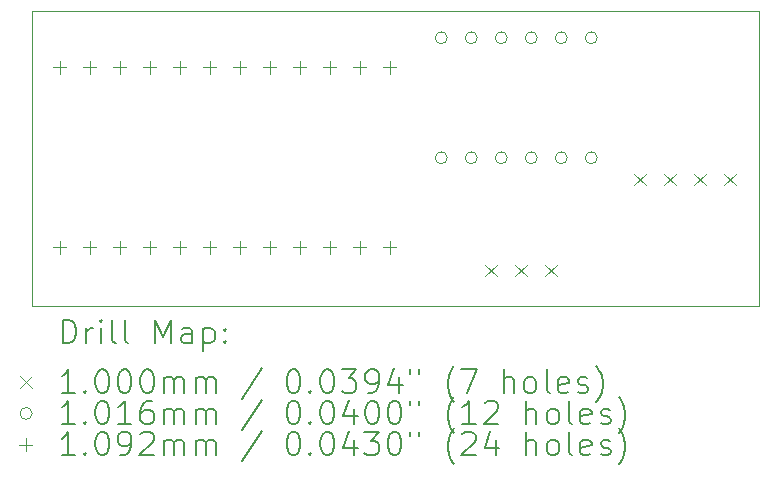
<source format=gbr>
%TF.GenerationSoftware,KiCad,Pcbnew,8.0.3*%
%TF.CreationDate,2024-07-14T23:37:10-05:00*%
%TF.ProjectId,3.3v Pro Micro Long,332e3376-2050-4726-9f20-4d6963726f20,rev?*%
%TF.SameCoordinates,Original*%
%TF.FileFunction,Drillmap*%
%TF.FilePolarity,Positive*%
%FSLAX45Y45*%
G04 Gerber Fmt 4.5, Leading zero omitted, Abs format (unit mm)*
G04 Created by KiCad (PCBNEW 8.0.3) date 2024-07-14 23:37:10*
%MOMM*%
%LPD*%
G01*
G04 APERTURE LIST*
%ADD10C,0.050000*%
%ADD11C,0.200000*%
%ADD12C,0.100000*%
%ADD13C,0.101600*%
%ADD14C,0.109220*%
G04 APERTURE END LIST*
D10*
X12622000Y-7924000D02*
X18772000Y-7924000D01*
X18772000Y-10424000D01*
X12622000Y-10424000D01*
X12622000Y-7924000D01*
D11*
D12*
X16455300Y-10070750D02*
X16555300Y-10170750D01*
X16555300Y-10070750D02*
X16455300Y-10170750D01*
X16709300Y-10070750D02*
X16809300Y-10170750D01*
X16809300Y-10070750D02*
X16709300Y-10170750D01*
X16963300Y-10070750D02*
X17063300Y-10170750D01*
X17063300Y-10070750D02*
X16963300Y-10170750D01*
X17718000Y-9300000D02*
X17818000Y-9400000D01*
X17818000Y-9300000D02*
X17718000Y-9400000D01*
X17972000Y-9300000D02*
X18072000Y-9400000D01*
X18072000Y-9300000D02*
X17972000Y-9400000D01*
X18226000Y-9300000D02*
X18326000Y-9400000D01*
X18326000Y-9300000D02*
X18226000Y-9400000D01*
X18480000Y-9300000D02*
X18580000Y-9400000D01*
X18580000Y-9300000D02*
X18480000Y-9400000D01*
D13*
X16134800Y-8150000D02*
G75*
G02*
X16033200Y-8150000I-50800J0D01*
G01*
X16033200Y-8150000D02*
G75*
G02*
X16134800Y-8150000I50800J0D01*
G01*
X16134800Y-9166000D02*
G75*
G02*
X16033200Y-9166000I-50800J0D01*
G01*
X16033200Y-9166000D02*
G75*
G02*
X16134800Y-9166000I50800J0D01*
G01*
X16388800Y-8150000D02*
G75*
G02*
X16287200Y-8150000I-50800J0D01*
G01*
X16287200Y-8150000D02*
G75*
G02*
X16388800Y-8150000I50800J0D01*
G01*
X16388800Y-9166000D02*
G75*
G02*
X16287200Y-9166000I-50800J0D01*
G01*
X16287200Y-9166000D02*
G75*
G02*
X16388800Y-9166000I50800J0D01*
G01*
X16642800Y-8150000D02*
G75*
G02*
X16541200Y-8150000I-50800J0D01*
G01*
X16541200Y-8150000D02*
G75*
G02*
X16642800Y-8150000I50800J0D01*
G01*
X16642800Y-9166000D02*
G75*
G02*
X16541200Y-9166000I-50800J0D01*
G01*
X16541200Y-9166000D02*
G75*
G02*
X16642800Y-9166000I50800J0D01*
G01*
X16896800Y-8150000D02*
G75*
G02*
X16795200Y-8150000I-50800J0D01*
G01*
X16795200Y-8150000D02*
G75*
G02*
X16896800Y-8150000I50800J0D01*
G01*
X16896800Y-9166000D02*
G75*
G02*
X16795200Y-9166000I-50800J0D01*
G01*
X16795200Y-9166000D02*
G75*
G02*
X16896800Y-9166000I50800J0D01*
G01*
X17150800Y-8150000D02*
G75*
G02*
X17049200Y-8150000I-50800J0D01*
G01*
X17049200Y-8150000D02*
G75*
G02*
X17150800Y-8150000I50800J0D01*
G01*
X17150800Y-9166000D02*
G75*
G02*
X17049200Y-9166000I-50800J0D01*
G01*
X17049200Y-9166000D02*
G75*
G02*
X17150800Y-9166000I50800J0D01*
G01*
X17404800Y-8150000D02*
G75*
G02*
X17303200Y-8150000I-50800J0D01*
G01*
X17303200Y-8150000D02*
G75*
G02*
X17404800Y-8150000I50800J0D01*
G01*
X17404800Y-9166000D02*
G75*
G02*
X17303200Y-9166000I-50800J0D01*
G01*
X17303200Y-9166000D02*
G75*
G02*
X17404800Y-9166000I50800J0D01*
G01*
D14*
X12853000Y-8345390D02*
X12853000Y-8454610D01*
X12798390Y-8400000D02*
X12907610Y-8400000D01*
X12853000Y-9869390D02*
X12853000Y-9978610D01*
X12798390Y-9924000D02*
X12907610Y-9924000D01*
X13107000Y-8345390D02*
X13107000Y-8454610D01*
X13052390Y-8400000D02*
X13161610Y-8400000D01*
X13107000Y-9869390D02*
X13107000Y-9978610D01*
X13052390Y-9924000D02*
X13161610Y-9924000D01*
X13361000Y-8345390D02*
X13361000Y-8454610D01*
X13306390Y-8400000D02*
X13415610Y-8400000D01*
X13361000Y-9869390D02*
X13361000Y-9978610D01*
X13306390Y-9924000D02*
X13415610Y-9924000D01*
X13615000Y-8345390D02*
X13615000Y-8454610D01*
X13560390Y-8400000D02*
X13669610Y-8400000D01*
X13615000Y-9869390D02*
X13615000Y-9978610D01*
X13560390Y-9924000D02*
X13669610Y-9924000D01*
X13869000Y-8345390D02*
X13869000Y-8454610D01*
X13814390Y-8400000D02*
X13923610Y-8400000D01*
X13869000Y-9869390D02*
X13869000Y-9978610D01*
X13814390Y-9924000D02*
X13923610Y-9924000D01*
X14123000Y-8345390D02*
X14123000Y-8454610D01*
X14068390Y-8400000D02*
X14177610Y-8400000D01*
X14123000Y-9869390D02*
X14123000Y-9978610D01*
X14068390Y-9924000D02*
X14177610Y-9924000D01*
X14377000Y-8345390D02*
X14377000Y-8454610D01*
X14322390Y-8400000D02*
X14431610Y-8400000D01*
X14377000Y-9869390D02*
X14377000Y-9978610D01*
X14322390Y-9924000D02*
X14431610Y-9924000D01*
X14631000Y-8345390D02*
X14631000Y-8454610D01*
X14576390Y-8400000D02*
X14685610Y-8400000D01*
X14631000Y-9869390D02*
X14631000Y-9978610D01*
X14576390Y-9924000D02*
X14685610Y-9924000D01*
X14885000Y-8345390D02*
X14885000Y-8454610D01*
X14830390Y-8400000D02*
X14939610Y-8400000D01*
X14885000Y-9869390D02*
X14885000Y-9978610D01*
X14830390Y-9924000D02*
X14939610Y-9924000D01*
X15139000Y-8345390D02*
X15139000Y-8454610D01*
X15084390Y-8400000D02*
X15193610Y-8400000D01*
X15139000Y-9869390D02*
X15139000Y-9978610D01*
X15084390Y-9924000D02*
X15193610Y-9924000D01*
X15393000Y-8345390D02*
X15393000Y-8454610D01*
X15338390Y-8400000D02*
X15447610Y-8400000D01*
X15393000Y-9869390D02*
X15393000Y-9978610D01*
X15338390Y-9924000D02*
X15447610Y-9924000D01*
X15647000Y-8345390D02*
X15647000Y-8454610D01*
X15592390Y-8400000D02*
X15701610Y-8400000D01*
X15647000Y-9869390D02*
X15647000Y-9978610D01*
X15592390Y-9924000D02*
X15701610Y-9924000D01*
D11*
X12880277Y-10737984D02*
X12880277Y-10537984D01*
X12880277Y-10537984D02*
X12927896Y-10537984D01*
X12927896Y-10537984D02*
X12956467Y-10547508D01*
X12956467Y-10547508D02*
X12975515Y-10566555D01*
X12975515Y-10566555D02*
X12985039Y-10585603D01*
X12985039Y-10585603D02*
X12994562Y-10623698D01*
X12994562Y-10623698D02*
X12994562Y-10652270D01*
X12994562Y-10652270D02*
X12985039Y-10690365D01*
X12985039Y-10690365D02*
X12975515Y-10709412D01*
X12975515Y-10709412D02*
X12956467Y-10728460D01*
X12956467Y-10728460D02*
X12927896Y-10737984D01*
X12927896Y-10737984D02*
X12880277Y-10737984D01*
X13080277Y-10737984D02*
X13080277Y-10604650D01*
X13080277Y-10642746D02*
X13089801Y-10623698D01*
X13089801Y-10623698D02*
X13099324Y-10614174D01*
X13099324Y-10614174D02*
X13118372Y-10604650D01*
X13118372Y-10604650D02*
X13137420Y-10604650D01*
X13204086Y-10737984D02*
X13204086Y-10604650D01*
X13204086Y-10537984D02*
X13194562Y-10547508D01*
X13194562Y-10547508D02*
X13204086Y-10557031D01*
X13204086Y-10557031D02*
X13213610Y-10547508D01*
X13213610Y-10547508D02*
X13204086Y-10537984D01*
X13204086Y-10537984D02*
X13204086Y-10557031D01*
X13327896Y-10737984D02*
X13308848Y-10728460D01*
X13308848Y-10728460D02*
X13299324Y-10709412D01*
X13299324Y-10709412D02*
X13299324Y-10537984D01*
X13432658Y-10737984D02*
X13413610Y-10728460D01*
X13413610Y-10728460D02*
X13404086Y-10709412D01*
X13404086Y-10709412D02*
X13404086Y-10537984D01*
X13661229Y-10737984D02*
X13661229Y-10537984D01*
X13661229Y-10537984D02*
X13727896Y-10680841D01*
X13727896Y-10680841D02*
X13794562Y-10537984D01*
X13794562Y-10537984D02*
X13794562Y-10737984D01*
X13975515Y-10737984D02*
X13975515Y-10633222D01*
X13975515Y-10633222D02*
X13965991Y-10614174D01*
X13965991Y-10614174D02*
X13946943Y-10604650D01*
X13946943Y-10604650D02*
X13908848Y-10604650D01*
X13908848Y-10604650D02*
X13889801Y-10614174D01*
X13975515Y-10728460D02*
X13956467Y-10737984D01*
X13956467Y-10737984D02*
X13908848Y-10737984D01*
X13908848Y-10737984D02*
X13889801Y-10728460D01*
X13889801Y-10728460D02*
X13880277Y-10709412D01*
X13880277Y-10709412D02*
X13880277Y-10690365D01*
X13880277Y-10690365D02*
X13889801Y-10671317D01*
X13889801Y-10671317D02*
X13908848Y-10661793D01*
X13908848Y-10661793D02*
X13956467Y-10661793D01*
X13956467Y-10661793D02*
X13975515Y-10652270D01*
X14070753Y-10604650D02*
X14070753Y-10804650D01*
X14070753Y-10614174D02*
X14089801Y-10604650D01*
X14089801Y-10604650D02*
X14127896Y-10604650D01*
X14127896Y-10604650D02*
X14146943Y-10614174D01*
X14146943Y-10614174D02*
X14156467Y-10623698D01*
X14156467Y-10623698D02*
X14165991Y-10642746D01*
X14165991Y-10642746D02*
X14165991Y-10699889D01*
X14165991Y-10699889D02*
X14156467Y-10718936D01*
X14156467Y-10718936D02*
X14146943Y-10728460D01*
X14146943Y-10728460D02*
X14127896Y-10737984D01*
X14127896Y-10737984D02*
X14089801Y-10737984D01*
X14089801Y-10737984D02*
X14070753Y-10728460D01*
X14251705Y-10718936D02*
X14261229Y-10728460D01*
X14261229Y-10728460D02*
X14251705Y-10737984D01*
X14251705Y-10737984D02*
X14242182Y-10728460D01*
X14242182Y-10728460D02*
X14251705Y-10718936D01*
X14251705Y-10718936D02*
X14251705Y-10737984D01*
X14251705Y-10614174D02*
X14261229Y-10623698D01*
X14261229Y-10623698D02*
X14251705Y-10633222D01*
X14251705Y-10633222D02*
X14242182Y-10623698D01*
X14242182Y-10623698D02*
X14251705Y-10614174D01*
X14251705Y-10614174D02*
X14251705Y-10633222D01*
D12*
X12519500Y-11016500D02*
X12619500Y-11116500D01*
X12619500Y-11016500D02*
X12519500Y-11116500D01*
D11*
X12985039Y-11157984D02*
X12870753Y-11157984D01*
X12927896Y-11157984D02*
X12927896Y-10957984D01*
X12927896Y-10957984D02*
X12908848Y-10986555D01*
X12908848Y-10986555D02*
X12889801Y-11005603D01*
X12889801Y-11005603D02*
X12870753Y-11015127D01*
X13070753Y-11138936D02*
X13080277Y-11148460D01*
X13080277Y-11148460D02*
X13070753Y-11157984D01*
X13070753Y-11157984D02*
X13061229Y-11148460D01*
X13061229Y-11148460D02*
X13070753Y-11138936D01*
X13070753Y-11138936D02*
X13070753Y-11157984D01*
X13204086Y-10957984D02*
X13223134Y-10957984D01*
X13223134Y-10957984D02*
X13242182Y-10967508D01*
X13242182Y-10967508D02*
X13251705Y-10977031D01*
X13251705Y-10977031D02*
X13261229Y-10996079D01*
X13261229Y-10996079D02*
X13270753Y-11034174D01*
X13270753Y-11034174D02*
X13270753Y-11081793D01*
X13270753Y-11081793D02*
X13261229Y-11119889D01*
X13261229Y-11119889D02*
X13251705Y-11138936D01*
X13251705Y-11138936D02*
X13242182Y-11148460D01*
X13242182Y-11148460D02*
X13223134Y-11157984D01*
X13223134Y-11157984D02*
X13204086Y-11157984D01*
X13204086Y-11157984D02*
X13185039Y-11148460D01*
X13185039Y-11148460D02*
X13175515Y-11138936D01*
X13175515Y-11138936D02*
X13165991Y-11119889D01*
X13165991Y-11119889D02*
X13156467Y-11081793D01*
X13156467Y-11081793D02*
X13156467Y-11034174D01*
X13156467Y-11034174D02*
X13165991Y-10996079D01*
X13165991Y-10996079D02*
X13175515Y-10977031D01*
X13175515Y-10977031D02*
X13185039Y-10967508D01*
X13185039Y-10967508D02*
X13204086Y-10957984D01*
X13394562Y-10957984D02*
X13413610Y-10957984D01*
X13413610Y-10957984D02*
X13432658Y-10967508D01*
X13432658Y-10967508D02*
X13442182Y-10977031D01*
X13442182Y-10977031D02*
X13451705Y-10996079D01*
X13451705Y-10996079D02*
X13461229Y-11034174D01*
X13461229Y-11034174D02*
X13461229Y-11081793D01*
X13461229Y-11081793D02*
X13451705Y-11119889D01*
X13451705Y-11119889D02*
X13442182Y-11138936D01*
X13442182Y-11138936D02*
X13432658Y-11148460D01*
X13432658Y-11148460D02*
X13413610Y-11157984D01*
X13413610Y-11157984D02*
X13394562Y-11157984D01*
X13394562Y-11157984D02*
X13375515Y-11148460D01*
X13375515Y-11148460D02*
X13365991Y-11138936D01*
X13365991Y-11138936D02*
X13356467Y-11119889D01*
X13356467Y-11119889D02*
X13346943Y-11081793D01*
X13346943Y-11081793D02*
X13346943Y-11034174D01*
X13346943Y-11034174D02*
X13356467Y-10996079D01*
X13356467Y-10996079D02*
X13365991Y-10977031D01*
X13365991Y-10977031D02*
X13375515Y-10967508D01*
X13375515Y-10967508D02*
X13394562Y-10957984D01*
X13585039Y-10957984D02*
X13604086Y-10957984D01*
X13604086Y-10957984D02*
X13623134Y-10967508D01*
X13623134Y-10967508D02*
X13632658Y-10977031D01*
X13632658Y-10977031D02*
X13642182Y-10996079D01*
X13642182Y-10996079D02*
X13651705Y-11034174D01*
X13651705Y-11034174D02*
X13651705Y-11081793D01*
X13651705Y-11081793D02*
X13642182Y-11119889D01*
X13642182Y-11119889D02*
X13632658Y-11138936D01*
X13632658Y-11138936D02*
X13623134Y-11148460D01*
X13623134Y-11148460D02*
X13604086Y-11157984D01*
X13604086Y-11157984D02*
X13585039Y-11157984D01*
X13585039Y-11157984D02*
X13565991Y-11148460D01*
X13565991Y-11148460D02*
X13556467Y-11138936D01*
X13556467Y-11138936D02*
X13546943Y-11119889D01*
X13546943Y-11119889D02*
X13537420Y-11081793D01*
X13537420Y-11081793D02*
X13537420Y-11034174D01*
X13537420Y-11034174D02*
X13546943Y-10996079D01*
X13546943Y-10996079D02*
X13556467Y-10977031D01*
X13556467Y-10977031D02*
X13565991Y-10967508D01*
X13565991Y-10967508D02*
X13585039Y-10957984D01*
X13737420Y-11157984D02*
X13737420Y-11024650D01*
X13737420Y-11043698D02*
X13746943Y-11034174D01*
X13746943Y-11034174D02*
X13765991Y-11024650D01*
X13765991Y-11024650D02*
X13794563Y-11024650D01*
X13794563Y-11024650D02*
X13813610Y-11034174D01*
X13813610Y-11034174D02*
X13823134Y-11053222D01*
X13823134Y-11053222D02*
X13823134Y-11157984D01*
X13823134Y-11053222D02*
X13832658Y-11034174D01*
X13832658Y-11034174D02*
X13851705Y-11024650D01*
X13851705Y-11024650D02*
X13880277Y-11024650D01*
X13880277Y-11024650D02*
X13899324Y-11034174D01*
X13899324Y-11034174D02*
X13908848Y-11053222D01*
X13908848Y-11053222D02*
X13908848Y-11157984D01*
X14004086Y-11157984D02*
X14004086Y-11024650D01*
X14004086Y-11043698D02*
X14013610Y-11034174D01*
X14013610Y-11034174D02*
X14032658Y-11024650D01*
X14032658Y-11024650D02*
X14061229Y-11024650D01*
X14061229Y-11024650D02*
X14080277Y-11034174D01*
X14080277Y-11034174D02*
X14089801Y-11053222D01*
X14089801Y-11053222D02*
X14089801Y-11157984D01*
X14089801Y-11053222D02*
X14099324Y-11034174D01*
X14099324Y-11034174D02*
X14118372Y-11024650D01*
X14118372Y-11024650D02*
X14146943Y-11024650D01*
X14146943Y-11024650D02*
X14165991Y-11034174D01*
X14165991Y-11034174D02*
X14175515Y-11053222D01*
X14175515Y-11053222D02*
X14175515Y-11157984D01*
X14565991Y-10948460D02*
X14394563Y-11205603D01*
X14823134Y-10957984D02*
X14842182Y-10957984D01*
X14842182Y-10957984D02*
X14861229Y-10967508D01*
X14861229Y-10967508D02*
X14870753Y-10977031D01*
X14870753Y-10977031D02*
X14880277Y-10996079D01*
X14880277Y-10996079D02*
X14889801Y-11034174D01*
X14889801Y-11034174D02*
X14889801Y-11081793D01*
X14889801Y-11081793D02*
X14880277Y-11119889D01*
X14880277Y-11119889D02*
X14870753Y-11138936D01*
X14870753Y-11138936D02*
X14861229Y-11148460D01*
X14861229Y-11148460D02*
X14842182Y-11157984D01*
X14842182Y-11157984D02*
X14823134Y-11157984D01*
X14823134Y-11157984D02*
X14804086Y-11148460D01*
X14804086Y-11148460D02*
X14794563Y-11138936D01*
X14794563Y-11138936D02*
X14785039Y-11119889D01*
X14785039Y-11119889D02*
X14775515Y-11081793D01*
X14775515Y-11081793D02*
X14775515Y-11034174D01*
X14775515Y-11034174D02*
X14785039Y-10996079D01*
X14785039Y-10996079D02*
X14794563Y-10977031D01*
X14794563Y-10977031D02*
X14804086Y-10967508D01*
X14804086Y-10967508D02*
X14823134Y-10957984D01*
X14975515Y-11138936D02*
X14985039Y-11148460D01*
X14985039Y-11148460D02*
X14975515Y-11157984D01*
X14975515Y-11157984D02*
X14965991Y-11148460D01*
X14965991Y-11148460D02*
X14975515Y-11138936D01*
X14975515Y-11138936D02*
X14975515Y-11157984D01*
X15108848Y-10957984D02*
X15127896Y-10957984D01*
X15127896Y-10957984D02*
X15146944Y-10967508D01*
X15146944Y-10967508D02*
X15156467Y-10977031D01*
X15156467Y-10977031D02*
X15165991Y-10996079D01*
X15165991Y-10996079D02*
X15175515Y-11034174D01*
X15175515Y-11034174D02*
X15175515Y-11081793D01*
X15175515Y-11081793D02*
X15165991Y-11119889D01*
X15165991Y-11119889D02*
X15156467Y-11138936D01*
X15156467Y-11138936D02*
X15146944Y-11148460D01*
X15146944Y-11148460D02*
X15127896Y-11157984D01*
X15127896Y-11157984D02*
X15108848Y-11157984D01*
X15108848Y-11157984D02*
X15089801Y-11148460D01*
X15089801Y-11148460D02*
X15080277Y-11138936D01*
X15080277Y-11138936D02*
X15070753Y-11119889D01*
X15070753Y-11119889D02*
X15061229Y-11081793D01*
X15061229Y-11081793D02*
X15061229Y-11034174D01*
X15061229Y-11034174D02*
X15070753Y-10996079D01*
X15070753Y-10996079D02*
X15080277Y-10977031D01*
X15080277Y-10977031D02*
X15089801Y-10967508D01*
X15089801Y-10967508D02*
X15108848Y-10957984D01*
X15242182Y-10957984D02*
X15365991Y-10957984D01*
X15365991Y-10957984D02*
X15299325Y-11034174D01*
X15299325Y-11034174D02*
X15327896Y-11034174D01*
X15327896Y-11034174D02*
X15346944Y-11043698D01*
X15346944Y-11043698D02*
X15356467Y-11053222D01*
X15356467Y-11053222D02*
X15365991Y-11072270D01*
X15365991Y-11072270D02*
X15365991Y-11119889D01*
X15365991Y-11119889D02*
X15356467Y-11138936D01*
X15356467Y-11138936D02*
X15346944Y-11148460D01*
X15346944Y-11148460D02*
X15327896Y-11157984D01*
X15327896Y-11157984D02*
X15270753Y-11157984D01*
X15270753Y-11157984D02*
X15251706Y-11148460D01*
X15251706Y-11148460D02*
X15242182Y-11138936D01*
X15461229Y-11157984D02*
X15499325Y-11157984D01*
X15499325Y-11157984D02*
X15518372Y-11148460D01*
X15518372Y-11148460D02*
X15527896Y-11138936D01*
X15527896Y-11138936D02*
X15546944Y-11110365D01*
X15546944Y-11110365D02*
X15556467Y-11072270D01*
X15556467Y-11072270D02*
X15556467Y-10996079D01*
X15556467Y-10996079D02*
X15546944Y-10977031D01*
X15546944Y-10977031D02*
X15537420Y-10967508D01*
X15537420Y-10967508D02*
X15518372Y-10957984D01*
X15518372Y-10957984D02*
X15480277Y-10957984D01*
X15480277Y-10957984D02*
X15461229Y-10967508D01*
X15461229Y-10967508D02*
X15451706Y-10977031D01*
X15451706Y-10977031D02*
X15442182Y-10996079D01*
X15442182Y-10996079D02*
X15442182Y-11043698D01*
X15442182Y-11043698D02*
X15451706Y-11062746D01*
X15451706Y-11062746D02*
X15461229Y-11072270D01*
X15461229Y-11072270D02*
X15480277Y-11081793D01*
X15480277Y-11081793D02*
X15518372Y-11081793D01*
X15518372Y-11081793D02*
X15537420Y-11072270D01*
X15537420Y-11072270D02*
X15546944Y-11062746D01*
X15546944Y-11062746D02*
X15556467Y-11043698D01*
X15727896Y-11024650D02*
X15727896Y-11157984D01*
X15680277Y-10948460D02*
X15632658Y-11091317D01*
X15632658Y-11091317D02*
X15756467Y-11091317D01*
X15823134Y-10957984D02*
X15823134Y-10996079D01*
X15899325Y-10957984D02*
X15899325Y-10996079D01*
X16194563Y-11234174D02*
X16185039Y-11224650D01*
X16185039Y-11224650D02*
X16165991Y-11196079D01*
X16165991Y-11196079D02*
X16156468Y-11177031D01*
X16156468Y-11177031D02*
X16146944Y-11148460D01*
X16146944Y-11148460D02*
X16137420Y-11100841D01*
X16137420Y-11100841D02*
X16137420Y-11062746D01*
X16137420Y-11062746D02*
X16146944Y-11015127D01*
X16146944Y-11015127D02*
X16156468Y-10986555D01*
X16156468Y-10986555D02*
X16165991Y-10967508D01*
X16165991Y-10967508D02*
X16185039Y-10938936D01*
X16185039Y-10938936D02*
X16194563Y-10929412D01*
X16251706Y-10957984D02*
X16385039Y-10957984D01*
X16385039Y-10957984D02*
X16299325Y-11157984D01*
X16613610Y-11157984D02*
X16613610Y-10957984D01*
X16699325Y-11157984D02*
X16699325Y-11053222D01*
X16699325Y-11053222D02*
X16689801Y-11034174D01*
X16689801Y-11034174D02*
X16670753Y-11024650D01*
X16670753Y-11024650D02*
X16642182Y-11024650D01*
X16642182Y-11024650D02*
X16623134Y-11034174D01*
X16623134Y-11034174D02*
X16613610Y-11043698D01*
X16823134Y-11157984D02*
X16804087Y-11148460D01*
X16804087Y-11148460D02*
X16794563Y-11138936D01*
X16794563Y-11138936D02*
X16785039Y-11119889D01*
X16785039Y-11119889D02*
X16785039Y-11062746D01*
X16785039Y-11062746D02*
X16794563Y-11043698D01*
X16794563Y-11043698D02*
X16804087Y-11034174D01*
X16804087Y-11034174D02*
X16823134Y-11024650D01*
X16823134Y-11024650D02*
X16851706Y-11024650D01*
X16851706Y-11024650D02*
X16870753Y-11034174D01*
X16870753Y-11034174D02*
X16880277Y-11043698D01*
X16880277Y-11043698D02*
X16889801Y-11062746D01*
X16889801Y-11062746D02*
X16889801Y-11119889D01*
X16889801Y-11119889D02*
X16880277Y-11138936D01*
X16880277Y-11138936D02*
X16870753Y-11148460D01*
X16870753Y-11148460D02*
X16851706Y-11157984D01*
X16851706Y-11157984D02*
X16823134Y-11157984D01*
X17004087Y-11157984D02*
X16985039Y-11148460D01*
X16985039Y-11148460D02*
X16975515Y-11129412D01*
X16975515Y-11129412D02*
X16975515Y-10957984D01*
X17156468Y-11148460D02*
X17137420Y-11157984D01*
X17137420Y-11157984D02*
X17099325Y-11157984D01*
X17099325Y-11157984D02*
X17080277Y-11148460D01*
X17080277Y-11148460D02*
X17070753Y-11129412D01*
X17070753Y-11129412D02*
X17070753Y-11053222D01*
X17070753Y-11053222D02*
X17080277Y-11034174D01*
X17080277Y-11034174D02*
X17099325Y-11024650D01*
X17099325Y-11024650D02*
X17137420Y-11024650D01*
X17137420Y-11024650D02*
X17156468Y-11034174D01*
X17156468Y-11034174D02*
X17165992Y-11053222D01*
X17165992Y-11053222D02*
X17165992Y-11072270D01*
X17165992Y-11072270D02*
X17070753Y-11091317D01*
X17242182Y-11148460D02*
X17261230Y-11157984D01*
X17261230Y-11157984D02*
X17299325Y-11157984D01*
X17299325Y-11157984D02*
X17318373Y-11148460D01*
X17318373Y-11148460D02*
X17327896Y-11129412D01*
X17327896Y-11129412D02*
X17327896Y-11119889D01*
X17327896Y-11119889D02*
X17318373Y-11100841D01*
X17318373Y-11100841D02*
X17299325Y-11091317D01*
X17299325Y-11091317D02*
X17270753Y-11091317D01*
X17270753Y-11091317D02*
X17251706Y-11081793D01*
X17251706Y-11081793D02*
X17242182Y-11062746D01*
X17242182Y-11062746D02*
X17242182Y-11053222D01*
X17242182Y-11053222D02*
X17251706Y-11034174D01*
X17251706Y-11034174D02*
X17270753Y-11024650D01*
X17270753Y-11024650D02*
X17299325Y-11024650D01*
X17299325Y-11024650D02*
X17318373Y-11034174D01*
X17394563Y-11234174D02*
X17404087Y-11224650D01*
X17404087Y-11224650D02*
X17423134Y-11196079D01*
X17423134Y-11196079D02*
X17432658Y-11177031D01*
X17432658Y-11177031D02*
X17442182Y-11148460D01*
X17442182Y-11148460D02*
X17451706Y-11100841D01*
X17451706Y-11100841D02*
X17451706Y-11062746D01*
X17451706Y-11062746D02*
X17442182Y-11015127D01*
X17442182Y-11015127D02*
X17432658Y-10986555D01*
X17432658Y-10986555D02*
X17423134Y-10967508D01*
X17423134Y-10967508D02*
X17404087Y-10938936D01*
X17404087Y-10938936D02*
X17394563Y-10929412D01*
D13*
X12619500Y-11330500D02*
G75*
G02*
X12517900Y-11330500I-50800J0D01*
G01*
X12517900Y-11330500D02*
G75*
G02*
X12619500Y-11330500I50800J0D01*
G01*
D11*
X12985039Y-11421984D02*
X12870753Y-11421984D01*
X12927896Y-11421984D02*
X12927896Y-11221984D01*
X12927896Y-11221984D02*
X12908848Y-11250555D01*
X12908848Y-11250555D02*
X12889801Y-11269603D01*
X12889801Y-11269603D02*
X12870753Y-11279127D01*
X13070753Y-11402936D02*
X13080277Y-11412460D01*
X13080277Y-11412460D02*
X13070753Y-11421984D01*
X13070753Y-11421984D02*
X13061229Y-11412460D01*
X13061229Y-11412460D02*
X13070753Y-11402936D01*
X13070753Y-11402936D02*
X13070753Y-11421984D01*
X13204086Y-11221984D02*
X13223134Y-11221984D01*
X13223134Y-11221984D02*
X13242182Y-11231508D01*
X13242182Y-11231508D02*
X13251705Y-11241031D01*
X13251705Y-11241031D02*
X13261229Y-11260079D01*
X13261229Y-11260079D02*
X13270753Y-11298174D01*
X13270753Y-11298174D02*
X13270753Y-11345793D01*
X13270753Y-11345793D02*
X13261229Y-11383888D01*
X13261229Y-11383888D02*
X13251705Y-11402936D01*
X13251705Y-11402936D02*
X13242182Y-11412460D01*
X13242182Y-11412460D02*
X13223134Y-11421984D01*
X13223134Y-11421984D02*
X13204086Y-11421984D01*
X13204086Y-11421984D02*
X13185039Y-11412460D01*
X13185039Y-11412460D02*
X13175515Y-11402936D01*
X13175515Y-11402936D02*
X13165991Y-11383888D01*
X13165991Y-11383888D02*
X13156467Y-11345793D01*
X13156467Y-11345793D02*
X13156467Y-11298174D01*
X13156467Y-11298174D02*
X13165991Y-11260079D01*
X13165991Y-11260079D02*
X13175515Y-11241031D01*
X13175515Y-11241031D02*
X13185039Y-11231508D01*
X13185039Y-11231508D02*
X13204086Y-11221984D01*
X13461229Y-11421984D02*
X13346943Y-11421984D01*
X13404086Y-11421984D02*
X13404086Y-11221984D01*
X13404086Y-11221984D02*
X13385039Y-11250555D01*
X13385039Y-11250555D02*
X13365991Y-11269603D01*
X13365991Y-11269603D02*
X13346943Y-11279127D01*
X13632658Y-11221984D02*
X13594562Y-11221984D01*
X13594562Y-11221984D02*
X13575515Y-11231508D01*
X13575515Y-11231508D02*
X13565991Y-11241031D01*
X13565991Y-11241031D02*
X13546943Y-11269603D01*
X13546943Y-11269603D02*
X13537420Y-11307698D01*
X13537420Y-11307698D02*
X13537420Y-11383888D01*
X13537420Y-11383888D02*
X13546943Y-11402936D01*
X13546943Y-11402936D02*
X13556467Y-11412460D01*
X13556467Y-11412460D02*
X13575515Y-11421984D01*
X13575515Y-11421984D02*
X13613610Y-11421984D01*
X13613610Y-11421984D02*
X13632658Y-11412460D01*
X13632658Y-11412460D02*
X13642182Y-11402936D01*
X13642182Y-11402936D02*
X13651705Y-11383888D01*
X13651705Y-11383888D02*
X13651705Y-11336269D01*
X13651705Y-11336269D02*
X13642182Y-11317222D01*
X13642182Y-11317222D02*
X13632658Y-11307698D01*
X13632658Y-11307698D02*
X13613610Y-11298174D01*
X13613610Y-11298174D02*
X13575515Y-11298174D01*
X13575515Y-11298174D02*
X13556467Y-11307698D01*
X13556467Y-11307698D02*
X13546943Y-11317222D01*
X13546943Y-11317222D02*
X13537420Y-11336269D01*
X13737420Y-11421984D02*
X13737420Y-11288650D01*
X13737420Y-11307698D02*
X13746943Y-11298174D01*
X13746943Y-11298174D02*
X13765991Y-11288650D01*
X13765991Y-11288650D02*
X13794563Y-11288650D01*
X13794563Y-11288650D02*
X13813610Y-11298174D01*
X13813610Y-11298174D02*
X13823134Y-11317222D01*
X13823134Y-11317222D02*
X13823134Y-11421984D01*
X13823134Y-11317222D02*
X13832658Y-11298174D01*
X13832658Y-11298174D02*
X13851705Y-11288650D01*
X13851705Y-11288650D02*
X13880277Y-11288650D01*
X13880277Y-11288650D02*
X13899324Y-11298174D01*
X13899324Y-11298174D02*
X13908848Y-11317222D01*
X13908848Y-11317222D02*
X13908848Y-11421984D01*
X14004086Y-11421984D02*
X14004086Y-11288650D01*
X14004086Y-11307698D02*
X14013610Y-11298174D01*
X14013610Y-11298174D02*
X14032658Y-11288650D01*
X14032658Y-11288650D02*
X14061229Y-11288650D01*
X14061229Y-11288650D02*
X14080277Y-11298174D01*
X14080277Y-11298174D02*
X14089801Y-11317222D01*
X14089801Y-11317222D02*
X14089801Y-11421984D01*
X14089801Y-11317222D02*
X14099324Y-11298174D01*
X14099324Y-11298174D02*
X14118372Y-11288650D01*
X14118372Y-11288650D02*
X14146943Y-11288650D01*
X14146943Y-11288650D02*
X14165991Y-11298174D01*
X14165991Y-11298174D02*
X14175515Y-11317222D01*
X14175515Y-11317222D02*
X14175515Y-11421984D01*
X14565991Y-11212460D02*
X14394563Y-11469603D01*
X14823134Y-11221984D02*
X14842182Y-11221984D01*
X14842182Y-11221984D02*
X14861229Y-11231508D01*
X14861229Y-11231508D02*
X14870753Y-11241031D01*
X14870753Y-11241031D02*
X14880277Y-11260079D01*
X14880277Y-11260079D02*
X14889801Y-11298174D01*
X14889801Y-11298174D02*
X14889801Y-11345793D01*
X14889801Y-11345793D02*
X14880277Y-11383888D01*
X14880277Y-11383888D02*
X14870753Y-11402936D01*
X14870753Y-11402936D02*
X14861229Y-11412460D01*
X14861229Y-11412460D02*
X14842182Y-11421984D01*
X14842182Y-11421984D02*
X14823134Y-11421984D01*
X14823134Y-11421984D02*
X14804086Y-11412460D01*
X14804086Y-11412460D02*
X14794563Y-11402936D01*
X14794563Y-11402936D02*
X14785039Y-11383888D01*
X14785039Y-11383888D02*
X14775515Y-11345793D01*
X14775515Y-11345793D02*
X14775515Y-11298174D01*
X14775515Y-11298174D02*
X14785039Y-11260079D01*
X14785039Y-11260079D02*
X14794563Y-11241031D01*
X14794563Y-11241031D02*
X14804086Y-11231508D01*
X14804086Y-11231508D02*
X14823134Y-11221984D01*
X14975515Y-11402936D02*
X14985039Y-11412460D01*
X14985039Y-11412460D02*
X14975515Y-11421984D01*
X14975515Y-11421984D02*
X14965991Y-11412460D01*
X14965991Y-11412460D02*
X14975515Y-11402936D01*
X14975515Y-11402936D02*
X14975515Y-11421984D01*
X15108848Y-11221984D02*
X15127896Y-11221984D01*
X15127896Y-11221984D02*
X15146944Y-11231508D01*
X15146944Y-11231508D02*
X15156467Y-11241031D01*
X15156467Y-11241031D02*
X15165991Y-11260079D01*
X15165991Y-11260079D02*
X15175515Y-11298174D01*
X15175515Y-11298174D02*
X15175515Y-11345793D01*
X15175515Y-11345793D02*
X15165991Y-11383888D01*
X15165991Y-11383888D02*
X15156467Y-11402936D01*
X15156467Y-11402936D02*
X15146944Y-11412460D01*
X15146944Y-11412460D02*
X15127896Y-11421984D01*
X15127896Y-11421984D02*
X15108848Y-11421984D01*
X15108848Y-11421984D02*
X15089801Y-11412460D01*
X15089801Y-11412460D02*
X15080277Y-11402936D01*
X15080277Y-11402936D02*
X15070753Y-11383888D01*
X15070753Y-11383888D02*
X15061229Y-11345793D01*
X15061229Y-11345793D02*
X15061229Y-11298174D01*
X15061229Y-11298174D02*
X15070753Y-11260079D01*
X15070753Y-11260079D02*
X15080277Y-11241031D01*
X15080277Y-11241031D02*
X15089801Y-11231508D01*
X15089801Y-11231508D02*
X15108848Y-11221984D01*
X15346944Y-11288650D02*
X15346944Y-11421984D01*
X15299325Y-11212460D02*
X15251706Y-11355317D01*
X15251706Y-11355317D02*
X15375515Y-11355317D01*
X15489801Y-11221984D02*
X15508848Y-11221984D01*
X15508848Y-11221984D02*
X15527896Y-11231508D01*
X15527896Y-11231508D02*
X15537420Y-11241031D01*
X15537420Y-11241031D02*
X15546944Y-11260079D01*
X15546944Y-11260079D02*
X15556467Y-11298174D01*
X15556467Y-11298174D02*
X15556467Y-11345793D01*
X15556467Y-11345793D02*
X15546944Y-11383888D01*
X15546944Y-11383888D02*
X15537420Y-11402936D01*
X15537420Y-11402936D02*
X15527896Y-11412460D01*
X15527896Y-11412460D02*
X15508848Y-11421984D01*
X15508848Y-11421984D02*
X15489801Y-11421984D01*
X15489801Y-11421984D02*
X15470753Y-11412460D01*
X15470753Y-11412460D02*
X15461229Y-11402936D01*
X15461229Y-11402936D02*
X15451706Y-11383888D01*
X15451706Y-11383888D02*
X15442182Y-11345793D01*
X15442182Y-11345793D02*
X15442182Y-11298174D01*
X15442182Y-11298174D02*
X15451706Y-11260079D01*
X15451706Y-11260079D02*
X15461229Y-11241031D01*
X15461229Y-11241031D02*
X15470753Y-11231508D01*
X15470753Y-11231508D02*
X15489801Y-11221984D01*
X15680277Y-11221984D02*
X15699325Y-11221984D01*
X15699325Y-11221984D02*
X15718372Y-11231508D01*
X15718372Y-11231508D02*
X15727896Y-11241031D01*
X15727896Y-11241031D02*
X15737420Y-11260079D01*
X15737420Y-11260079D02*
X15746944Y-11298174D01*
X15746944Y-11298174D02*
X15746944Y-11345793D01*
X15746944Y-11345793D02*
X15737420Y-11383888D01*
X15737420Y-11383888D02*
X15727896Y-11402936D01*
X15727896Y-11402936D02*
X15718372Y-11412460D01*
X15718372Y-11412460D02*
X15699325Y-11421984D01*
X15699325Y-11421984D02*
X15680277Y-11421984D01*
X15680277Y-11421984D02*
X15661229Y-11412460D01*
X15661229Y-11412460D02*
X15651706Y-11402936D01*
X15651706Y-11402936D02*
X15642182Y-11383888D01*
X15642182Y-11383888D02*
X15632658Y-11345793D01*
X15632658Y-11345793D02*
X15632658Y-11298174D01*
X15632658Y-11298174D02*
X15642182Y-11260079D01*
X15642182Y-11260079D02*
X15651706Y-11241031D01*
X15651706Y-11241031D02*
X15661229Y-11231508D01*
X15661229Y-11231508D02*
X15680277Y-11221984D01*
X15823134Y-11221984D02*
X15823134Y-11260079D01*
X15899325Y-11221984D02*
X15899325Y-11260079D01*
X16194563Y-11498174D02*
X16185039Y-11488650D01*
X16185039Y-11488650D02*
X16165991Y-11460079D01*
X16165991Y-11460079D02*
X16156468Y-11441031D01*
X16156468Y-11441031D02*
X16146944Y-11412460D01*
X16146944Y-11412460D02*
X16137420Y-11364841D01*
X16137420Y-11364841D02*
X16137420Y-11326746D01*
X16137420Y-11326746D02*
X16146944Y-11279127D01*
X16146944Y-11279127D02*
X16156468Y-11250555D01*
X16156468Y-11250555D02*
X16165991Y-11231508D01*
X16165991Y-11231508D02*
X16185039Y-11202936D01*
X16185039Y-11202936D02*
X16194563Y-11193412D01*
X16375515Y-11421984D02*
X16261229Y-11421984D01*
X16318372Y-11421984D02*
X16318372Y-11221984D01*
X16318372Y-11221984D02*
X16299325Y-11250555D01*
X16299325Y-11250555D02*
X16280277Y-11269603D01*
X16280277Y-11269603D02*
X16261229Y-11279127D01*
X16451706Y-11241031D02*
X16461229Y-11231508D01*
X16461229Y-11231508D02*
X16480277Y-11221984D01*
X16480277Y-11221984D02*
X16527896Y-11221984D01*
X16527896Y-11221984D02*
X16546944Y-11231508D01*
X16546944Y-11231508D02*
X16556468Y-11241031D01*
X16556468Y-11241031D02*
X16565991Y-11260079D01*
X16565991Y-11260079D02*
X16565991Y-11279127D01*
X16565991Y-11279127D02*
X16556468Y-11307698D01*
X16556468Y-11307698D02*
X16442182Y-11421984D01*
X16442182Y-11421984D02*
X16565991Y-11421984D01*
X16804087Y-11421984D02*
X16804087Y-11221984D01*
X16889801Y-11421984D02*
X16889801Y-11317222D01*
X16889801Y-11317222D02*
X16880277Y-11298174D01*
X16880277Y-11298174D02*
X16861230Y-11288650D01*
X16861230Y-11288650D02*
X16832658Y-11288650D01*
X16832658Y-11288650D02*
X16813611Y-11298174D01*
X16813611Y-11298174D02*
X16804087Y-11307698D01*
X17013611Y-11421984D02*
X16994563Y-11412460D01*
X16994563Y-11412460D02*
X16985039Y-11402936D01*
X16985039Y-11402936D02*
X16975515Y-11383888D01*
X16975515Y-11383888D02*
X16975515Y-11326746D01*
X16975515Y-11326746D02*
X16985039Y-11307698D01*
X16985039Y-11307698D02*
X16994563Y-11298174D01*
X16994563Y-11298174D02*
X17013611Y-11288650D01*
X17013611Y-11288650D02*
X17042182Y-11288650D01*
X17042182Y-11288650D02*
X17061230Y-11298174D01*
X17061230Y-11298174D02*
X17070753Y-11307698D01*
X17070753Y-11307698D02*
X17080277Y-11326746D01*
X17080277Y-11326746D02*
X17080277Y-11383888D01*
X17080277Y-11383888D02*
X17070753Y-11402936D01*
X17070753Y-11402936D02*
X17061230Y-11412460D01*
X17061230Y-11412460D02*
X17042182Y-11421984D01*
X17042182Y-11421984D02*
X17013611Y-11421984D01*
X17194563Y-11421984D02*
X17175515Y-11412460D01*
X17175515Y-11412460D02*
X17165992Y-11393412D01*
X17165992Y-11393412D02*
X17165992Y-11221984D01*
X17346944Y-11412460D02*
X17327896Y-11421984D01*
X17327896Y-11421984D02*
X17289801Y-11421984D01*
X17289801Y-11421984D02*
X17270753Y-11412460D01*
X17270753Y-11412460D02*
X17261230Y-11393412D01*
X17261230Y-11393412D02*
X17261230Y-11317222D01*
X17261230Y-11317222D02*
X17270753Y-11298174D01*
X17270753Y-11298174D02*
X17289801Y-11288650D01*
X17289801Y-11288650D02*
X17327896Y-11288650D01*
X17327896Y-11288650D02*
X17346944Y-11298174D01*
X17346944Y-11298174D02*
X17356468Y-11317222D01*
X17356468Y-11317222D02*
X17356468Y-11336269D01*
X17356468Y-11336269D02*
X17261230Y-11355317D01*
X17432658Y-11412460D02*
X17451706Y-11421984D01*
X17451706Y-11421984D02*
X17489801Y-11421984D01*
X17489801Y-11421984D02*
X17508849Y-11412460D01*
X17508849Y-11412460D02*
X17518373Y-11393412D01*
X17518373Y-11393412D02*
X17518373Y-11383888D01*
X17518373Y-11383888D02*
X17508849Y-11364841D01*
X17508849Y-11364841D02*
X17489801Y-11355317D01*
X17489801Y-11355317D02*
X17461230Y-11355317D01*
X17461230Y-11355317D02*
X17442182Y-11345793D01*
X17442182Y-11345793D02*
X17432658Y-11326746D01*
X17432658Y-11326746D02*
X17432658Y-11317222D01*
X17432658Y-11317222D02*
X17442182Y-11298174D01*
X17442182Y-11298174D02*
X17461230Y-11288650D01*
X17461230Y-11288650D02*
X17489801Y-11288650D01*
X17489801Y-11288650D02*
X17508849Y-11298174D01*
X17585039Y-11498174D02*
X17594563Y-11488650D01*
X17594563Y-11488650D02*
X17613611Y-11460079D01*
X17613611Y-11460079D02*
X17623134Y-11441031D01*
X17623134Y-11441031D02*
X17632658Y-11412460D01*
X17632658Y-11412460D02*
X17642182Y-11364841D01*
X17642182Y-11364841D02*
X17642182Y-11326746D01*
X17642182Y-11326746D02*
X17632658Y-11279127D01*
X17632658Y-11279127D02*
X17623134Y-11250555D01*
X17623134Y-11250555D02*
X17613611Y-11231508D01*
X17613611Y-11231508D02*
X17594563Y-11202936D01*
X17594563Y-11202936D02*
X17585039Y-11193412D01*
D14*
X12564890Y-11539890D02*
X12564890Y-11649110D01*
X12510280Y-11594500D02*
X12619500Y-11594500D01*
D11*
X12985039Y-11685984D02*
X12870753Y-11685984D01*
X12927896Y-11685984D02*
X12927896Y-11485984D01*
X12927896Y-11485984D02*
X12908848Y-11514555D01*
X12908848Y-11514555D02*
X12889801Y-11533603D01*
X12889801Y-11533603D02*
X12870753Y-11543127D01*
X13070753Y-11666936D02*
X13080277Y-11676460D01*
X13080277Y-11676460D02*
X13070753Y-11685984D01*
X13070753Y-11685984D02*
X13061229Y-11676460D01*
X13061229Y-11676460D02*
X13070753Y-11666936D01*
X13070753Y-11666936D02*
X13070753Y-11685984D01*
X13204086Y-11485984D02*
X13223134Y-11485984D01*
X13223134Y-11485984D02*
X13242182Y-11495508D01*
X13242182Y-11495508D02*
X13251705Y-11505031D01*
X13251705Y-11505031D02*
X13261229Y-11524079D01*
X13261229Y-11524079D02*
X13270753Y-11562174D01*
X13270753Y-11562174D02*
X13270753Y-11609793D01*
X13270753Y-11609793D02*
X13261229Y-11647888D01*
X13261229Y-11647888D02*
X13251705Y-11666936D01*
X13251705Y-11666936D02*
X13242182Y-11676460D01*
X13242182Y-11676460D02*
X13223134Y-11685984D01*
X13223134Y-11685984D02*
X13204086Y-11685984D01*
X13204086Y-11685984D02*
X13185039Y-11676460D01*
X13185039Y-11676460D02*
X13175515Y-11666936D01*
X13175515Y-11666936D02*
X13165991Y-11647888D01*
X13165991Y-11647888D02*
X13156467Y-11609793D01*
X13156467Y-11609793D02*
X13156467Y-11562174D01*
X13156467Y-11562174D02*
X13165991Y-11524079D01*
X13165991Y-11524079D02*
X13175515Y-11505031D01*
X13175515Y-11505031D02*
X13185039Y-11495508D01*
X13185039Y-11495508D02*
X13204086Y-11485984D01*
X13365991Y-11685984D02*
X13404086Y-11685984D01*
X13404086Y-11685984D02*
X13423134Y-11676460D01*
X13423134Y-11676460D02*
X13432658Y-11666936D01*
X13432658Y-11666936D02*
X13451705Y-11638365D01*
X13451705Y-11638365D02*
X13461229Y-11600269D01*
X13461229Y-11600269D02*
X13461229Y-11524079D01*
X13461229Y-11524079D02*
X13451705Y-11505031D01*
X13451705Y-11505031D02*
X13442182Y-11495508D01*
X13442182Y-11495508D02*
X13423134Y-11485984D01*
X13423134Y-11485984D02*
X13385039Y-11485984D01*
X13385039Y-11485984D02*
X13365991Y-11495508D01*
X13365991Y-11495508D02*
X13356467Y-11505031D01*
X13356467Y-11505031D02*
X13346943Y-11524079D01*
X13346943Y-11524079D02*
X13346943Y-11571698D01*
X13346943Y-11571698D02*
X13356467Y-11590746D01*
X13356467Y-11590746D02*
X13365991Y-11600269D01*
X13365991Y-11600269D02*
X13385039Y-11609793D01*
X13385039Y-11609793D02*
X13423134Y-11609793D01*
X13423134Y-11609793D02*
X13442182Y-11600269D01*
X13442182Y-11600269D02*
X13451705Y-11590746D01*
X13451705Y-11590746D02*
X13461229Y-11571698D01*
X13537420Y-11505031D02*
X13546943Y-11495508D01*
X13546943Y-11495508D02*
X13565991Y-11485984D01*
X13565991Y-11485984D02*
X13613610Y-11485984D01*
X13613610Y-11485984D02*
X13632658Y-11495508D01*
X13632658Y-11495508D02*
X13642182Y-11505031D01*
X13642182Y-11505031D02*
X13651705Y-11524079D01*
X13651705Y-11524079D02*
X13651705Y-11543127D01*
X13651705Y-11543127D02*
X13642182Y-11571698D01*
X13642182Y-11571698D02*
X13527896Y-11685984D01*
X13527896Y-11685984D02*
X13651705Y-11685984D01*
X13737420Y-11685984D02*
X13737420Y-11552650D01*
X13737420Y-11571698D02*
X13746943Y-11562174D01*
X13746943Y-11562174D02*
X13765991Y-11552650D01*
X13765991Y-11552650D02*
X13794563Y-11552650D01*
X13794563Y-11552650D02*
X13813610Y-11562174D01*
X13813610Y-11562174D02*
X13823134Y-11581222D01*
X13823134Y-11581222D02*
X13823134Y-11685984D01*
X13823134Y-11581222D02*
X13832658Y-11562174D01*
X13832658Y-11562174D02*
X13851705Y-11552650D01*
X13851705Y-11552650D02*
X13880277Y-11552650D01*
X13880277Y-11552650D02*
X13899324Y-11562174D01*
X13899324Y-11562174D02*
X13908848Y-11581222D01*
X13908848Y-11581222D02*
X13908848Y-11685984D01*
X14004086Y-11685984D02*
X14004086Y-11552650D01*
X14004086Y-11571698D02*
X14013610Y-11562174D01*
X14013610Y-11562174D02*
X14032658Y-11552650D01*
X14032658Y-11552650D02*
X14061229Y-11552650D01*
X14061229Y-11552650D02*
X14080277Y-11562174D01*
X14080277Y-11562174D02*
X14089801Y-11581222D01*
X14089801Y-11581222D02*
X14089801Y-11685984D01*
X14089801Y-11581222D02*
X14099324Y-11562174D01*
X14099324Y-11562174D02*
X14118372Y-11552650D01*
X14118372Y-11552650D02*
X14146943Y-11552650D01*
X14146943Y-11552650D02*
X14165991Y-11562174D01*
X14165991Y-11562174D02*
X14175515Y-11581222D01*
X14175515Y-11581222D02*
X14175515Y-11685984D01*
X14565991Y-11476460D02*
X14394563Y-11733603D01*
X14823134Y-11485984D02*
X14842182Y-11485984D01*
X14842182Y-11485984D02*
X14861229Y-11495508D01*
X14861229Y-11495508D02*
X14870753Y-11505031D01*
X14870753Y-11505031D02*
X14880277Y-11524079D01*
X14880277Y-11524079D02*
X14889801Y-11562174D01*
X14889801Y-11562174D02*
X14889801Y-11609793D01*
X14889801Y-11609793D02*
X14880277Y-11647888D01*
X14880277Y-11647888D02*
X14870753Y-11666936D01*
X14870753Y-11666936D02*
X14861229Y-11676460D01*
X14861229Y-11676460D02*
X14842182Y-11685984D01*
X14842182Y-11685984D02*
X14823134Y-11685984D01*
X14823134Y-11685984D02*
X14804086Y-11676460D01*
X14804086Y-11676460D02*
X14794563Y-11666936D01*
X14794563Y-11666936D02*
X14785039Y-11647888D01*
X14785039Y-11647888D02*
X14775515Y-11609793D01*
X14775515Y-11609793D02*
X14775515Y-11562174D01*
X14775515Y-11562174D02*
X14785039Y-11524079D01*
X14785039Y-11524079D02*
X14794563Y-11505031D01*
X14794563Y-11505031D02*
X14804086Y-11495508D01*
X14804086Y-11495508D02*
X14823134Y-11485984D01*
X14975515Y-11666936D02*
X14985039Y-11676460D01*
X14985039Y-11676460D02*
X14975515Y-11685984D01*
X14975515Y-11685984D02*
X14965991Y-11676460D01*
X14965991Y-11676460D02*
X14975515Y-11666936D01*
X14975515Y-11666936D02*
X14975515Y-11685984D01*
X15108848Y-11485984D02*
X15127896Y-11485984D01*
X15127896Y-11485984D02*
X15146944Y-11495508D01*
X15146944Y-11495508D02*
X15156467Y-11505031D01*
X15156467Y-11505031D02*
X15165991Y-11524079D01*
X15165991Y-11524079D02*
X15175515Y-11562174D01*
X15175515Y-11562174D02*
X15175515Y-11609793D01*
X15175515Y-11609793D02*
X15165991Y-11647888D01*
X15165991Y-11647888D02*
X15156467Y-11666936D01*
X15156467Y-11666936D02*
X15146944Y-11676460D01*
X15146944Y-11676460D02*
X15127896Y-11685984D01*
X15127896Y-11685984D02*
X15108848Y-11685984D01*
X15108848Y-11685984D02*
X15089801Y-11676460D01*
X15089801Y-11676460D02*
X15080277Y-11666936D01*
X15080277Y-11666936D02*
X15070753Y-11647888D01*
X15070753Y-11647888D02*
X15061229Y-11609793D01*
X15061229Y-11609793D02*
X15061229Y-11562174D01*
X15061229Y-11562174D02*
X15070753Y-11524079D01*
X15070753Y-11524079D02*
X15080277Y-11505031D01*
X15080277Y-11505031D02*
X15089801Y-11495508D01*
X15089801Y-11495508D02*
X15108848Y-11485984D01*
X15346944Y-11552650D02*
X15346944Y-11685984D01*
X15299325Y-11476460D02*
X15251706Y-11619317D01*
X15251706Y-11619317D02*
X15375515Y-11619317D01*
X15432658Y-11485984D02*
X15556467Y-11485984D01*
X15556467Y-11485984D02*
X15489801Y-11562174D01*
X15489801Y-11562174D02*
X15518372Y-11562174D01*
X15518372Y-11562174D02*
X15537420Y-11571698D01*
X15537420Y-11571698D02*
X15546944Y-11581222D01*
X15546944Y-11581222D02*
X15556467Y-11600269D01*
X15556467Y-11600269D02*
X15556467Y-11647888D01*
X15556467Y-11647888D02*
X15546944Y-11666936D01*
X15546944Y-11666936D02*
X15537420Y-11676460D01*
X15537420Y-11676460D02*
X15518372Y-11685984D01*
X15518372Y-11685984D02*
X15461229Y-11685984D01*
X15461229Y-11685984D02*
X15442182Y-11676460D01*
X15442182Y-11676460D02*
X15432658Y-11666936D01*
X15680277Y-11485984D02*
X15699325Y-11485984D01*
X15699325Y-11485984D02*
X15718372Y-11495508D01*
X15718372Y-11495508D02*
X15727896Y-11505031D01*
X15727896Y-11505031D02*
X15737420Y-11524079D01*
X15737420Y-11524079D02*
X15746944Y-11562174D01*
X15746944Y-11562174D02*
X15746944Y-11609793D01*
X15746944Y-11609793D02*
X15737420Y-11647888D01*
X15737420Y-11647888D02*
X15727896Y-11666936D01*
X15727896Y-11666936D02*
X15718372Y-11676460D01*
X15718372Y-11676460D02*
X15699325Y-11685984D01*
X15699325Y-11685984D02*
X15680277Y-11685984D01*
X15680277Y-11685984D02*
X15661229Y-11676460D01*
X15661229Y-11676460D02*
X15651706Y-11666936D01*
X15651706Y-11666936D02*
X15642182Y-11647888D01*
X15642182Y-11647888D02*
X15632658Y-11609793D01*
X15632658Y-11609793D02*
X15632658Y-11562174D01*
X15632658Y-11562174D02*
X15642182Y-11524079D01*
X15642182Y-11524079D02*
X15651706Y-11505031D01*
X15651706Y-11505031D02*
X15661229Y-11495508D01*
X15661229Y-11495508D02*
X15680277Y-11485984D01*
X15823134Y-11485984D02*
X15823134Y-11524079D01*
X15899325Y-11485984D02*
X15899325Y-11524079D01*
X16194563Y-11762174D02*
X16185039Y-11752650D01*
X16185039Y-11752650D02*
X16165991Y-11724079D01*
X16165991Y-11724079D02*
X16156468Y-11705031D01*
X16156468Y-11705031D02*
X16146944Y-11676460D01*
X16146944Y-11676460D02*
X16137420Y-11628841D01*
X16137420Y-11628841D02*
X16137420Y-11590746D01*
X16137420Y-11590746D02*
X16146944Y-11543127D01*
X16146944Y-11543127D02*
X16156468Y-11514555D01*
X16156468Y-11514555D02*
X16165991Y-11495508D01*
X16165991Y-11495508D02*
X16185039Y-11466936D01*
X16185039Y-11466936D02*
X16194563Y-11457412D01*
X16261229Y-11505031D02*
X16270753Y-11495508D01*
X16270753Y-11495508D02*
X16289801Y-11485984D01*
X16289801Y-11485984D02*
X16337420Y-11485984D01*
X16337420Y-11485984D02*
X16356468Y-11495508D01*
X16356468Y-11495508D02*
X16365991Y-11505031D01*
X16365991Y-11505031D02*
X16375515Y-11524079D01*
X16375515Y-11524079D02*
X16375515Y-11543127D01*
X16375515Y-11543127D02*
X16365991Y-11571698D01*
X16365991Y-11571698D02*
X16251706Y-11685984D01*
X16251706Y-11685984D02*
X16375515Y-11685984D01*
X16546944Y-11552650D02*
X16546944Y-11685984D01*
X16499325Y-11476460D02*
X16451706Y-11619317D01*
X16451706Y-11619317D02*
X16575515Y-11619317D01*
X16804087Y-11685984D02*
X16804087Y-11485984D01*
X16889801Y-11685984D02*
X16889801Y-11581222D01*
X16889801Y-11581222D02*
X16880277Y-11562174D01*
X16880277Y-11562174D02*
X16861230Y-11552650D01*
X16861230Y-11552650D02*
X16832658Y-11552650D01*
X16832658Y-11552650D02*
X16813611Y-11562174D01*
X16813611Y-11562174D02*
X16804087Y-11571698D01*
X17013611Y-11685984D02*
X16994563Y-11676460D01*
X16994563Y-11676460D02*
X16985039Y-11666936D01*
X16985039Y-11666936D02*
X16975515Y-11647888D01*
X16975515Y-11647888D02*
X16975515Y-11590746D01*
X16975515Y-11590746D02*
X16985039Y-11571698D01*
X16985039Y-11571698D02*
X16994563Y-11562174D01*
X16994563Y-11562174D02*
X17013611Y-11552650D01*
X17013611Y-11552650D02*
X17042182Y-11552650D01*
X17042182Y-11552650D02*
X17061230Y-11562174D01*
X17061230Y-11562174D02*
X17070753Y-11571698D01*
X17070753Y-11571698D02*
X17080277Y-11590746D01*
X17080277Y-11590746D02*
X17080277Y-11647888D01*
X17080277Y-11647888D02*
X17070753Y-11666936D01*
X17070753Y-11666936D02*
X17061230Y-11676460D01*
X17061230Y-11676460D02*
X17042182Y-11685984D01*
X17042182Y-11685984D02*
X17013611Y-11685984D01*
X17194563Y-11685984D02*
X17175515Y-11676460D01*
X17175515Y-11676460D02*
X17165992Y-11657412D01*
X17165992Y-11657412D02*
X17165992Y-11485984D01*
X17346944Y-11676460D02*
X17327896Y-11685984D01*
X17327896Y-11685984D02*
X17289801Y-11685984D01*
X17289801Y-11685984D02*
X17270753Y-11676460D01*
X17270753Y-11676460D02*
X17261230Y-11657412D01*
X17261230Y-11657412D02*
X17261230Y-11581222D01*
X17261230Y-11581222D02*
X17270753Y-11562174D01*
X17270753Y-11562174D02*
X17289801Y-11552650D01*
X17289801Y-11552650D02*
X17327896Y-11552650D01*
X17327896Y-11552650D02*
X17346944Y-11562174D01*
X17346944Y-11562174D02*
X17356468Y-11581222D01*
X17356468Y-11581222D02*
X17356468Y-11600269D01*
X17356468Y-11600269D02*
X17261230Y-11619317D01*
X17432658Y-11676460D02*
X17451706Y-11685984D01*
X17451706Y-11685984D02*
X17489801Y-11685984D01*
X17489801Y-11685984D02*
X17508849Y-11676460D01*
X17508849Y-11676460D02*
X17518373Y-11657412D01*
X17518373Y-11657412D02*
X17518373Y-11647888D01*
X17518373Y-11647888D02*
X17508849Y-11628841D01*
X17508849Y-11628841D02*
X17489801Y-11619317D01*
X17489801Y-11619317D02*
X17461230Y-11619317D01*
X17461230Y-11619317D02*
X17442182Y-11609793D01*
X17442182Y-11609793D02*
X17432658Y-11590746D01*
X17432658Y-11590746D02*
X17432658Y-11581222D01*
X17432658Y-11581222D02*
X17442182Y-11562174D01*
X17442182Y-11562174D02*
X17461230Y-11552650D01*
X17461230Y-11552650D02*
X17489801Y-11552650D01*
X17489801Y-11552650D02*
X17508849Y-11562174D01*
X17585039Y-11762174D02*
X17594563Y-11752650D01*
X17594563Y-11752650D02*
X17613611Y-11724079D01*
X17613611Y-11724079D02*
X17623134Y-11705031D01*
X17623134Y-11705031D02*
X17632658Y-11676460D01*
X17632658Y-11676460D02*
X17642182Y-11628841D01*
X17642182Y-11628841D02*
X17642182Y-11590746D01*
X17642182Y-11590746D02*
X17632658Y-11543127D01*
X17632658Y-11543127D02*
X17623134Y-11514555D01*
X17623134Y-11514555D02*
X17613611Y-11495508D01*
X17613611Y-11495508D02*
X17594563Y-11466936D01*
X17594563Y-11466936D02*
X17585039Y-11457412D01*
M02*

</source>
